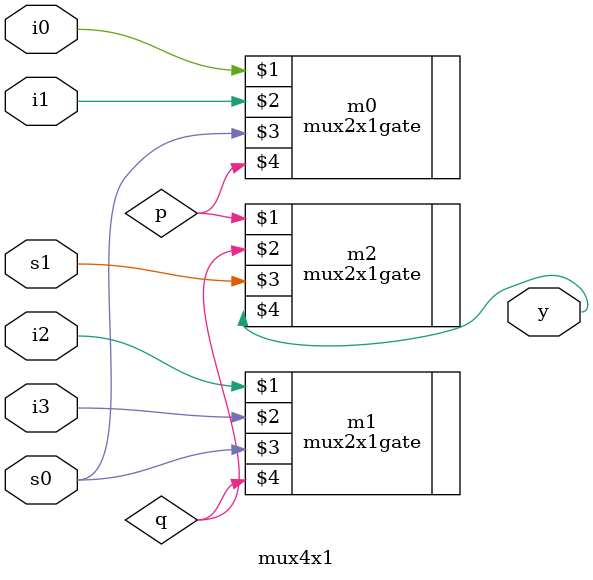
<source format=v>
`timescale 1ns / 1ps


module mux4x1(
    input s0,
    input s1,
    input i0,
    input i1,
    input i2,
    input i3,
    output y
    );
wire p,q;
mux2x1gate m0 (i0,i1,s0,p) ;   
mux2x1gate m1 (i2,i3,s0,q) ;
mux2x1gate m2 (p,q,s1,y) ;    
    
endmodule

</source>
